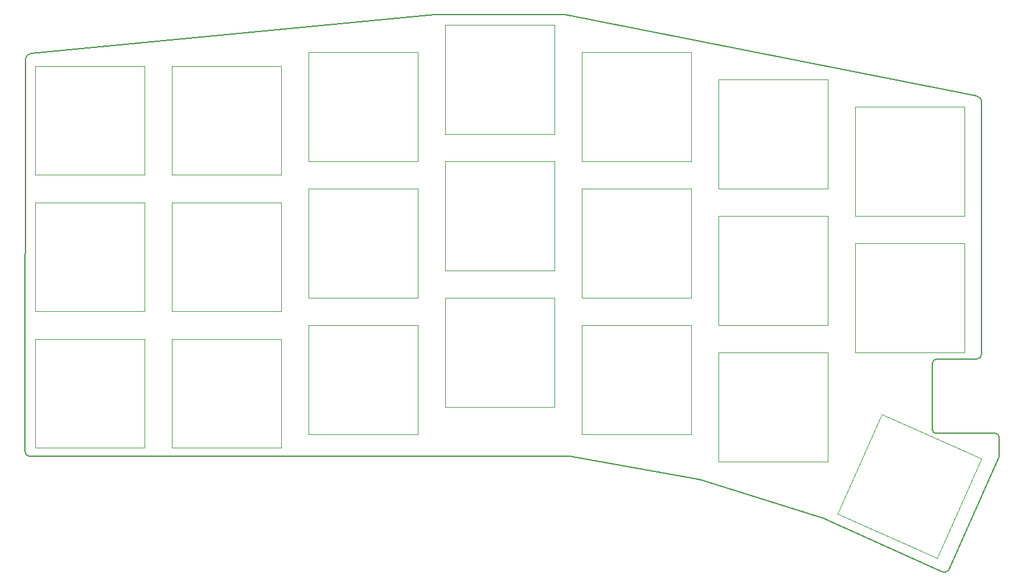
<source format=gbr>
G04 #@! TF.GenerationSoftware,KiCad,Pcbnew,8.0.0*
G04 #@! TF.CreationDate,2024-03-14T17:28:05+09:00*
G04 #@! TF.ProjectId,Pinky3,50696e6b-7933-42e6-9b69-6361645f7063,0.3*
G04 #@! TF.SameCoordinates,Original*
G04 #@! TF.FileFunction,Profile,NP*
%FSLAX46Y46*%
G04 Gerber Fmt 4.6, Leading zero omitted, Abs format (unit mm)*
G04 Created by KiCad (PCBNEW 8.0.0) date 2024-03-14 17:28:05*
%MOMM*%
%LPD*%
G01*
G04 APERTURE LIST*
G04 #@! TA.AperFunction,Profile*
%ADD10C,0.150000*%
G04 #@! TD*
G04 #@! TA.AperFunction,Profile*
%ADD11C,0.120000*%
G04 #@! TD*
G04 APERTURE END LIST*
D10*
X167455661Y-102929155D02*
G75*
G02*
X168065385Y-102371890I609739J-54945D01*
G01*
X174321644Y-101680466D02*
G75*
G02*
X173621644Y-102380444I-700044J66D01*
G01*
X167455660Y-102929155D02*
X167484466Y-112293937D01*
X40953528Y-115256357D02*
X41000000Y-60500000D01*
X134356305Y-119056208D02*
X135156305Y-119256208D01*
X174332005Y-66387365D02*
X174321644Y-101680466D01*
X176732008Y-113209406D02*
X176762376Y-116054653D01*
X135156305Y-119256208D02*
X152215954Y-124591175D01*
X116053528Y-115956357D02*
X117053528Y-115956357D01*
X116200000Y-54300000D02*
X173640321Y-65677205D01*
X169712365Y-131828456D02*
X176762376Y-116054653D01*
X167997968Y-102381794D02*
X173621644Y-102380466D01*
X176224544Y-112751602D02*
G75*
G02*
X176732031Y-113209406I47256J-457798D01*
G01*
X152215954Y-124591175D02*
X168712365Y-132028456D01*
X41653528Y-115956357D02*
G75*
G02*
X40953543Y-115256357I-28J699957D01*
G01*
X168026251Y-112749456D02*
X176242652Y-112749456D01*
X98100000Y-54300000D02*
X116200000Y-54300000D01*
X116053528Y-115956357D02*
X41653528Y-115956357D01*
X169712364Y-131828456D02*
G75*
G02*
X168712386Y-132028425I-599964J399956D01*
G01*
X167991930Y-112751741D02*
G75*
G02*
X167484429Y-112293937I-47230J457841D01*
G01*
X41800000Y-59700000D02*
X98100000Y-54300000D01*
X116856305Y-115956208D02*
X134356305Y-119056208D01*
X173632704Y-65687454D02*
G75*
G02*
X174332030Y-66387362I-100704J-799946D01*
G01*
X40994153Y-60531857D02*
G75*
G02*
X41800000Y-59700000I1005847J-168143D01*
G01*
D11*
X57600000Y-76650000D02*
X57600000Y-61450000D01*
X57600000Y-61450000D02*
X42400000Y-61450000D01*
X42400000Y-76650000D02*
X57600000Y-76650000D01*
X42400000Y-61450000D02*
X42400000Y-76650000D01*
X57600000Y-95700000D02*
X57600000Y-80500000D01*
X57600000Y-80500000D02*
X42400000Y-80500000D01*
X42400000Y-95700000D02*
X57600000Y-95700000D01*
X42400000Y-80500000D02*
X42400000Y-95700000D01*
X57600000Y-114750000D02*
X57600000Y-99550000D01*
X57600000Y-99550000D02*
X42400000Y-99550000D01*
X42400000Y-114750000D02*
X57600000Y-114750000D01*
X42400000Y-99550000D02*
X42400000Y-114750000D01*
X76650000Y-76650000D02*
X76650000Y-61450000D01*
X76650000Y-61450000D02*
X61450000Y-61450000D01*
X61450000Y-76650000D02*
X76650000Y-76650000D01*
X61450000Y-61450000D02*
X61450000Y-76650000D01*
X76650000Y-95700000D02*
X76650000Y-80500000D01*
X76650000Y-80500000D02*
X61450000Y-80500000D01*
X61450000Y-95700000D02*
X76650000Y-95700000D01*
X61450000Y-80500000D02*
X61450000Y-95700000D01*
X76650000Y-114750000D02*
X76650000Y-99550000D01*
X76650000Y-99550000D02*
X61450000Y-99550000D01*
X61450000Y-114750000D02*
X76650000Y-114750000D01*
X61450000Y-99550000D02*
X61450000Y-114750000D01*
X95700000Y-74745000D02*
X95700000Y-59545000D01*
X95700000Y-59545000D02*
X80500000Y-59545000D01*
X80500000Y-74745000D02*
X95700000Y-74745000D01*
X80500000Y-59545000D02*
X80500000Y-74745000D01*
X95700000Y-93795000D02*
X95700000Y-78595000D01*
X95700000Y-78595000D02*
X80500000Y-78595000D01*
X80500000Y-93795000D02*
X95700000Y-93795000D01*
X80500000Y-78595000D02*
X80500000Y-93795000D01*
X95700000Y-112845000D02*
X95700000Y-97645000D01*
X95700000Y-97645000D02*
X80500000Y-97645000D01*
X80500000Y-112845000D02*
X95700000Y-112845000D01*
X80500000Y-97645000D02*
X80500000Y-112845000D01*
X114750000Y-70935000D02*
X114750000Y-55735000D01*
X114750000Y-55735000D02*
X99550000Y-55735000D01*
X99550000Y-70935000D02*
X114750000Y-70935000D01*
X99550000Y-55735000D02*
X99550000Y-70935000D01*
X114750000Y-89985000D02*
X114750000Y-74785000D01*
X114750000Y-74785000D02*
X99550000Y-74785000D01*
X99550000Y-89985000D02*
X114750000Y-89985000D01*
X99550000Y-74785000D02*
X99550000Y-89985000D01*
X114750000Y-109035000D02*
X114750000Y-93835000D01*
X114750000Y-93835000D02*
X99550000Y-93835000D01*
X99550000Y-109035000D02*
X114750000Y-109035000D01*
X99550000Y-93835000D02*
X99550000Y-109035000D01*
X133800000Y-74745000D02*
X133800000Y-59545000D01*
X133800000Y-59545000D02*
X118600000Y-59545000D01*
X118600000Y-74745000D02*
X133800000Y-74745000D01*
X118600000Y-59545000D02*
X118600000Y-74745000D01*
X133800000Y-93795000D02*
X133800000Y-78595000D01*
X133800000Y-78595000D02*
X118600000Y-78595000D01*
X118600000Y-93795000D02*
X133800000Y-93795000D01*
X118600000Y-78595000D02*
X118600000Y-93795000D01*
X133800000Y-112845000D02*
X133800000Y-97645000D01*
X133800000Y-97645000D02*
X118600000Y-97645000D01*
X118600000Y-112845000D02*
X133800000Y-112845000D01*
X118600000Y-97645000D02*
X118600000Y-112845000D01*
X152850000Y-78555000D02*
X152850000Y-63355000D01*
X152850000Y-63355000D02*
X137650000Y-63355000D01*
X137650000Y-78555000D02*
X152850000Y-78555000D01*
X137650000Y-63355000D02*
X137650000Y-78555000D01*
X152850000Y-97605000D02*
X152850000Y-82405000D01*
X152850000Y-82405000D02*
X137650000Y-82405000D01*
X137650000Y-97605000D02*
X152850000Y-97605000D01*
X137650000Y-82405000D02*
X137650000Y-97605000D01*
X152850000Y-116655000D02*
X152850000Y-101455000D01*
X152850000Y-101455000D02*
X137650000Y-101455000D01*
X137650000Y-116655000D02*
X152850000Y-116655000D01*
X137650000Y-101455000D02*
X137650000Y-116655000D01*
X171900000Y-82365000D02*
X171900000Y-67165000D01*
X171900000Y-67165000D02*
X156700000Y-67165000D01*
X156700000Y-82365000D02*
X171900000Y-82365000D01*
X156700000Y-67165000D02*
X156700000Y-82365000D01*
X171900000Y-101415000D02*
X171900000Y-86215000D01*
X171900000Y-86215000D02*
X156700000Y-86215000D01*
X156700000Y-101415000D02*
X171900000Y-101415000D01*
X156700000Y-86215000D02*
X156700000Y-101415000D01*
X168146561Y-130187862D02*
X174328958Y-116301971D01*
X174328958Y-116301971D02*
X160443067Y-110119574D01*
X154260670Y-124005465D02*
X168146561Y-130187862D01*
X160443067Y-110119574D02*
X154260670Y-124005465D01*
X61450000Y-80500000D02*
X76650000Y-80500000D01*
X61450000Y-95700000D02*
X61450000Y-80500000D01*
X76650000Y-80500000D02*
X76650000Y-95700000D01*
X76650000Y-95700000D02*
X61450000Y-95700000D01*
X118600000Y-97645000D02*
X133800000Y-97645000D01*
X118600000Y-112845000D02*
X118600000Y-97645000D01*
X133800000Y-97645000D02*
X133800000Y-112845000D01*
X133800000Y-112845000D02*
X118600000Y-112845000D01*
X137650000Y-101455000D02*
X152850000Y-101455000D01*
X137650000Y-116655000D02*
X137650000Y-101455000D01*
X152850000Y-101455000D02*
X152850000Y-116655000D01*
X152850000Y-116655000D02*
X137650000Y-116655000D01*
X61450000Y-99550000D02*
X76650000Y-99550000D01*
X61450000Y-114750000D02*
X61450000Y-99550000D01*
X76650000Y-99550000D02*
X76650000Y-114750000D01*
X76650000Y-114750000D02*
X61450000Y-114750000D01*
X42400000Y-61450000D02*
X57600000Y-61450000D01*
X42400000Y-76650000D02*
X42400000Y-61450000D01*
X57600000Y-61450000D02*
X57600000Y-76650000D01*
X57600000Y-76650000D02*
X42400000Y-76650000D01*
X80500000Y-59545000D02*
X95700000Y-59545000D01*
X80500000Y-74745000D02*
X80500000Y-59545000D01*
X95700000Y-59545000D02*
X95700000Y-74745000D01*
X95700000Y-74745000D02*
X80500000Y-74745000D01*
X118600000Y-78595000D02*
X133800000Y-78595000D01*
X118600000Y-93795000D02*
X118600000Y-78595000D01*
X133800000Y-78595000D02*
X133800000Y-93795000D01*
X133800000Y-93795000D02*
X118600000Y-93795000D01*
X156700000Y-67165000D02*
X171900000Y-67165000D01*
X156700000Y-82365000D02*
X156700000Y-67165000D01*
X171900000Y-67165000D02*
X171900000Y-82365000D01*
X171900000Y-82365000D02*
X156700000Y-82365000D01*
X118600000Y-59545000D02*
X133800000Y-59545000D01*
X118600000Y-74745000D02*
X118600000Y-59545000D01*
X133800000Y-59545000D02*
X133800000Y-74745000D01*
X133800000Y-74745000D02*
X118600000Y-74745000D01*
X80500000Y-97645000D02*
X95700000Y-97645000D01*
X80500000Y-112845000D02*
X80500000Y-97645000D01*
X95700000Y-97645000D02*
X95700000Y-112845000D01*
X95700000Y-112845000D02*
X80500000Y-112845000D01*
X61450000Y-61450000D02*
X76650000Y-61450000D01*
X61450000Y-76650000D02*
X61450000Y-61450000D01*
X76650000Y-61450000D02*
X76650000Y-76650000D01*
X76650000Y-76650000D02*
X61450000Y-76650000D01*
X99550000Y-74785000D02*
X114750000Y-74785000D01*
X99550000Y-89985000D02*
X99550000Y-74785000D01*
X114750000Y-74785000D02*
X114750000Y-89985000D01*
X114750000Y-89985000D02*
X99550000Y-89985000D01*
X137650000Y-63355000D02*
X152850000Y-63355000D01*
X137650000Y-78555000D02*
X137650000Y-63355000D01*
X152850000Y-63355000D02*
X152850000Y-78555000D01*
X152850000Y-78555000D02*
X137650000Y-78555000D01*
X99550000Y-93835000D02*
X114750000Y-93835000D01*
X99550000Y-109035000D02*
X99550000Y-93835000D01*
X114750000Y-93835000D02*
X114750000Y-109035000D01*
X114750000Y-109035000D02*
X99550000Y-109035000D01*
X42400000Y-99550000D02*
X57600000Y-99550000D01*
X42400000Y-114750000D02*
X42400000Y-99550000D01*
X57600000Y-99550000D02*
X57600000Y-114750000D01*
X57600000Y-114750000D02*
X42400000Y-114750000D01*
X137650000Y-82405000D02*
X152850000Y-82405000D01*
X137650000Y-97605000D02*
X137650000Y-82405000D01*
X152850000Y-82405000D02*
X152850000Y-97605000D01*
X152850000Y-97605000D02*
X137650000Y-97605000D01*
X156700000Y-86215000D02*
X171900000Y-86215000D01*
X156700000Y-101415000D02*
X156700000Y-86215000D01*
X171900000Y-86215000D02*
X171900000Y-101415000D01*
X171900000Y-101415000D02*
X156700000Y-101415000D01*
X168146561Y-130187862D02*
X154260670Y-124005465D01*
X174328958Y-116301971D02*
X168146561Y-130187862D01*
X154260670Y-124005465D02*
X160443067Y-110119574D01*
X160443067Y-110119574D02*
X174328958Y-116301971D01*
X99550000Y-55735000D02*
X114750000Y-55735000D01*
X99550000Y-70935000D02*
X99550000Y-55735000D01*
X114750000Y-55735000D02*
X114750000Y-70935000D01*
X114750000Y-70935000D02*
X99550000Y-70935000D01*
X80500000Y-78595000D02*
X95700000Y-78595000D01*
X80500000Y-93795000D02*
X80500000Y-78595000D01*
X95700000Y-78595000D02*
X95700000Y-93795000D01*
X95700000Y-93795000D02*
X80500000Y-93795000D01*
X42400000Y-80500000D02*
X57600000Y-80500000D01*
X42400000Y-95700000D02*
X42400000Y-80500000D01*
X57600000Y-80500000D02*
X57600000Y-95700000D01*
X57600000Y-95700000D02*
X42400000Y-95700000D01*
M02*

</source>
